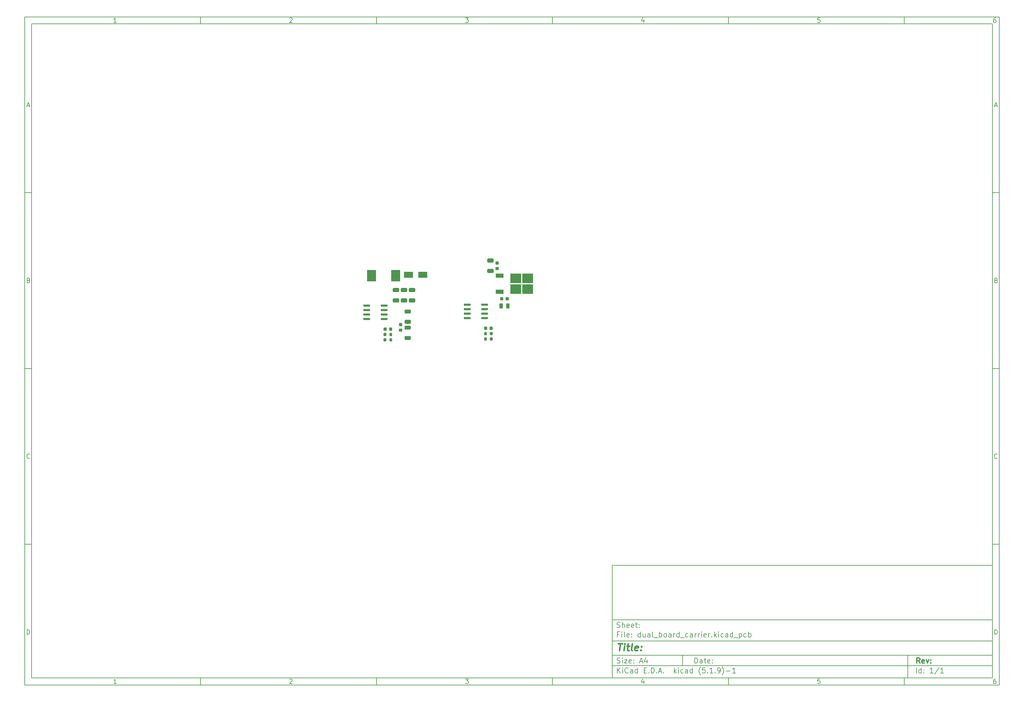
<source format=gbr>
%TF.GenerationSoftware,KiCad,Pcbnew,(5.1.9)-1*%
%TF.CreationDate,2021-02-06T18:11:32-06:00*%
%TF.ProjectId,dual_board_carrier,6475616c-5f62-46f6-9172-645f63617272,rev?*%
%TF.SameCoordinates,Original*%
%TF.FileFunction,Paste,Top*%
%TF.FilePolarity,Positive*%
%FSLAX46Y46*%
G04 Gerber Fmt 4.6, Leading zero omitted, Abs format (unit mm)*
G04 Created by KiCad (PCBNEW (5.1.9)-1) date 2021-02-06 18:11:32*
%MOMM*%
%LPD*%
G01*
G04 APERTURE LIST*
%ADD10C,0.100000*%
%ADD11C,0.150000*%
%ADD12C,0.300000*%
%ADD13C,0.400000*%
%ADD14R,3.050000X2.750000*%
%ADD15R,2.200000X1.200000*%
%ADD16R,2.500000X3.300000*%
%ADD17R,2.500000X1.800000*%
G04 APERTURE END LIST*
D10*
D11*
X177002200Y-166007200D02*
X177002200Y-198007200D01*
X285002200Y-198007200D01*
X285002200Y-166007200D01*
X177002200Y-166007200D01*
D10*
D11*
X10000000Y-10000000D02*
X10000000Y-200007200D01*
X287002200Y-200007200D01*
X287002200Y-10000000D01*
X10000000Y-10000000D01*
D10*
D11*
X12000000Y-12000000D02*
X12000000Y-198007200D01*
X285002200Y-198007200D01*
X285002200Y-12000000D01*
X12000000Y-12000000D01*
D10*
D11*
X60000000Y-12000000D02*
X60000000Y-10000000D01*
D10*
D11*
X110000000Y-12000000D02*
X110000000Y-10000000D01*
D10*
D11*
X160000000Y-12000000D02*
X160000000Y-10000000D01*
D10*
D11*
X210000000Y-12000000D02*
X210000000Y-10000000D01*
D10*
D11*
X260000000Y-12000000D02*
X260000000Y-10000000D01*
D10*
D11*
X36065476Y-11588095D02*
X35322619Y-11588095D01*
X35694047Y-11588095D02*
X35694047Y-10288095D01*
X35570238Y-10473809D01*
X35446428Y-10597619D01*
X35322619Y-10659523D01*
D10*
D11*
X85322619Y-10411904D02*
X85384523Y-10350000D01*
X85508333Y-10288095D01*
X85817857Y-10288095D01*
X85941666Y-10350000D01*
X86003571Y-10411904D01*
X86065476Y-10535714D01*
X86065476Y-10659523D01*
X86003571Y-10845238D01*
X85260714Y-11588095D01*
X86065476Y-11588095D01*
D10*
D11*
X135260714Y-10288095D02*
X136065476Y-10288095D01*
X135632142Y-10783333D01*
X135817857Y-10783333D01*
X135941666Y-10845238D01*
X136003571Y-10907142D01*
X136065476Y-11030952D01*
X136065476Y-11340476D01*
X136003571Y-11464285D01*
X135941666Y-11526190D01*
X135817857Y-11588095D01*
X135446428Y-11588095D01*
X135322619Y-11526190D01*
X135260714Y-11464285D01*
D10*
D11*
X185941666Y-10721428D02*
X185941666Y-11588095D01*
X185632142Y-10226190D02*
X185322619Y-11154761D01*
X186127380Y-11154761D01*
D10*
D11*
X236003571Y-10288095D02*
X235384523Y-10288095D01*
X235322619Y-10907142D01*
X235384523Y-10845238D01*
X235508333Y-10783333D01*
X235817857Y-10783333D01*
X235941666Y-10845238D01*
X236003571Y-10907142D01*
X236065476Y-11030952D01*
X236065476Y-11340476D01*
X236003571Y-11464285D01*
X235941666Y-11526190D01*
X235817857Y-11588095D01*
X235508333Y-11588095D01*
X235384523Y-11526190D01*
X235322619Y-11464285D01*
D10*
D11*
X285941666Y-10288095D02*
X285694047Y-10288095D01*
X285570238Y-10350000D01*
X285508333Y-10411904D01*
X285384523Y-10597619D01*
X285322619Y-10845238D01*
X285322619Y-11340476D01*
X285384523Y-11464285D01*
X285446428Y-11526190D01*
X285570238Y-11588095D01*
X285817857Y-11588095D01*
X285941666Y-11526190D01*
X286003571Y-11464285D01*
X286065476Y-11340476D01*
X286065476Y-11030952D01*
X286003571Y-10907142D01*
X285941666Y-10845238D01*
X285817857Y-10783333D01*
X285570238Y-10783333D01*
X285446428Y-10845238D01*
X285384523Y-10907142D01*
X285322619Y-11030952D01*
D10*
D11*
X60000000Y-198007200D02*
X60000000Y-200007200D01*
D10*
D11*
X110000000Y-198007200D02*
X110000000Y-200007200D01*
D10*
D11*
X160000000Y-198007200D02*
X160000000Y-200007200D01*
D10*
D11*
X210000000Y-198007200D02*
X210000000Y-200007200D01*
D10*
D11*
X260000000Y-198007200D02*
X260000000Y-200007200D01*
D10*
D11*
X36065476Y-199595295D02*
X35322619Y-199595295D01*
X35694047Y-199595295D02*
X35694047Y-198295295D01*
X35570238Y-198481009D01*
X35446428Y-198604819D01*
X35322619Y-198666723D01*
D10*
D11*
X85322619Y-198419104D02*
X85384523Y-198357200D01*
X85508333Y-198295295D01*
X85817857Y-198295295D01*
X85941666Y-198357200D01*
X86003571Y-198419104D01*
X86065476Y-198542914D01*
X86065476Y-198666723D01*
X86003571Y-198852438D01*
X85260714Y-199595295D01*
X86065476Y-199595295D01*
D10*
D11*
X135260714Y-198295295D02*
X136065476Y-198295295D01*
X135632142Y-198790533D01*
X135817857Y-198790533D01*
X135941666Y-198852438D01*
X136003571Y-198914342D01*
X136065476Y-199038152D01*
X136065476Y-199347676D01*
X136003571Y-199471485D01*
X135941666Y-199533390D01*
X135817857Y-199595295D01*
X135446428Y-199595295D01*
X135322619Y-199533390D01*
X135260714Y-199471485D01*
D10*
D11*
X185941666Y-198728628D02*
X185941666Y-199595295D01*
X185632142Y-198233390D02*
X185322619Y-199161961D01*
X186127380Y-199161961D01*
D10*
D11*
X236003571Y-198295295D02*
X235384523Y-198295295D01*
X235322619Y-198914342D01*
X235384523Y-198852438D01*
X235508333Y-198790533D01*
X235817857Y-198790533D01*
X235941666Y-198852438D01*
X236003571Y-198914342D01*
X236065476Y-199038152D01*
X236065476Y-199347676D01*
X236003571Y-199471485D01*
X235941666Y-199533390D01*
X235817857Y-199595295D01*
X235508333Y-199595295D01*
X235384523Y-199533390D01*
X235322619Y-199471485D01*
D10*
D11*
X285941666Y-198295295D02*
X285694047Y-198295295D01*
X285570238Y-198357200D01*
X285508333Y-198419104D01*
X285384523Y-198604819D01*
X285322619Y-198852438D01*
X285322619Y-199347676D01*
X285384523Y-199471485D01*
X285446428Y-199533390D01*
X285570238Y-199595295D01*
X285817857Y-199595295D01*
X285941666Y-199533390D01*
X286003571Y-199471485D01*
X286065476Y-199347676D01*
X286065476Y-199038152D01*
X286003571Y-198914342D01*
X285941666Y-198852438D01*
X285817857Y-198790533D01*
X285570238Y-198790533D01*
X285446428Y-198852438D01*
X285384523Y-198914342D01*
X285322619Y-199038152D01*
D10*
D11*
X10000000Y-60000000D02*
X12000000Y-60000000D01*
D10*
D11*
X10000000Y-110000000D02*
X12000000Y-110000000D01*
D10*
D11*
X10000000Y-160000000D02*
X12000000Y-160000000D01*
D10*
D11*
X10690476Y-35216666D02*
X11309523Y-35216666D01*
X10566666Y-35588095D02*
X11000000Y-34288095D01*
X11433333Y-35588095D01*
D10*
D11*
X11092857Y-84907142D02*
X11278571Y-84969047D01*
X11340476Y-85030952D01*
X11402380Y-85154761D01*
X11402380Y-85340476D01*
X11340476Y-85464285D01*
X11278571Y-85526190D01*
X11154761Y-85588095D01*
X10659523Y-85588095D01*
X10659523Y-84288095D01*
X11092857Y-84288095D01*
X11216666Y-84350000D01*
X11278571Y-84411904D01*
X11340476Y-84535714D01*
X11340476Y-84659523D01*
X11278571Y-84783333D01*
X11216666Y-84845238D01*
X11092857Y-84907142D01*
X10659523Y-84907142D01*
D10*
D11*
X11402380Y-135464285D02*
X11340476Y-135526190D01*
X11154761Y-135588095D01*
X11030952Y-135588095D01*
X10845238Y-135526190D01*
X10721428Y-135402380D01*
X10659523Y-135278571D01*
X10597619Y-135030952D01*
X10597619Y-134845238D01*
X10659523Y-134597619D01*
X10721428Y-134473809D01*
X10845238Y-134350000D01*
X11030952Y-134288095D01*
X11154761Y-134288095D01*
X11340476Y-134350000D01*
X11402380Y-134411904D01*
D10*
D11*
X10659523Y-185588095D02*
X10659523Y-184288095D01*
X10969047Y-184288095D01*
X11154761Y-184350000D01*
X11278571Y-184473809D01*
X11340476Y-184597619D01*
X11402380Y-184845238D01*
X11402380Y-185030952D01*
X11340476Y-185278571D01*
X11278571Y-185402380D01*
X11154761Y-185526190D01*
X10969047Y-185588095D01*
X10659523Y-185588095D01*
D10*
D11*
X287002200Y-60000000D02*
X285002200Y-60000000D01*
D10*
D11*
X287002200Y-110000000D02*
X285002200Y-110000000D01*
D10*
D11*
X287002200Y-160000000D02*
X285002200Y-160000000D01*
D10*
D11*
X285692676Y-35216666D02*
X286311723Y-35216666D01*
X285568866Y-35588095D02*
X286002200Y-34288095D01*
X286435533Y-35588095D01*
D10*
D11*
X286095057Y-84907142D02*
X286280771Y-84969047D01*
X286342676Y-85030952D01*
X286404580Y-85154761D01*
X286404580Y-85340476D01*
X286342676Y-85464285D01*
X286280771Y-85526190D01*
X286156961Y-85588095D01*
X285661723Y-85588095D01*
X285661723Y-84288095D01*
X286095057Y-84288095D01*
X286218866Y-84350000D01*
X286280771Y-84411904D01*
X286342676Y-84535714D01*
X286342676Y-84659523D01*
X286280771Y-84783333D01*
X286218866Y-84845238D01*
X286095057Y-84907142D01*
X285661723Y-84907142D01*
D10*
D11*
X286404580Y-135464285D02*
X286342676Y-135526190D01*
X286156961Y-135588095D01*
X286033152Y-135588095D01*
X285847438Y-135526190D01*
X285723628Y-135402380D01*
X285661723Y-135278571D01*
X285599819Y-135030952D01*
X285599819Y-134845238D01*
X285661723Y-134597619D01*
X285723628Y-134473809D01*
X285847438Y-134350000D01*
X286033152Y-134288095D01*
X286156961Y-134288095D01*
X286342676Y-134350000D01*
X286404580Y-134411904D01*
D10*
D11*
X285661723Y-185588095D02*
X285661723Y-184288095D01*
X285971247Y-184288095D01*
X286156961Y-184350000D01*
X286280771Y-184473809D01*
X286342676Y-184597619D01*
X286404580Y-184845238D01*
X286404580Y-185030952D01*
X286342676Y-185278571D01*
X286280771Y-185402380D01*
X286156961Y-185526190D01*
X285971247Y-185588095D01*
X285661723Y-185588095D01*
D10*
D11*
X200434342Y-193785771D02*
X200434342Y-192285771D01*
X200791485Y-192285771D01*
X201005771Y-192357200D01*
X201148628Y-192500057D01*
X201220057Y-192642914D01*
X201291485Y-192928628D01*
X201291485Y-193142914D01*
X201220057Y-193428628D01*
X201148628Y-193571485D01*
X201005771Y-193714342D01*
X200791485Y-193785771D01*
X200434342Y-193785771D01*
X202577200Y-193785771D02*
X202577200Y-193000057D01*
X202505771Y-192857200D01*
X202362914Y-192785771D01*
X202077200Y-192785771D01*
X201934342Y-192857200D01*
X202577200Y-193714342D02*
X202434342Y-193785771D01*
X202077200Y-193785771D01*
X201934342Y-193714342D01*
X201862914Y-193571485D01*
X201862914Y-193428628D01*
X201934342Y-193285771D01*
X202077200Y-193214342D01*
X202434342Y-193214342D01*
X202577200Y-193142914D01*
X203077200Y-192785771D02*
X203648628Y-192785771D01*
X203291485Y-192285771D02*
X203291485Y-193571485D01*
X203362914Y-193714342D01*
X203505771Y-193785771D01*
X203648628Y-193785771D01*
X204720057Y-193714342D02*
X204577200Y-193785771D01*
X204291485Y-193785771D01*
X204148628Y-193714342D01*
X204077200Y-193571485D01*
X204077200Y-193000057D01*
X204148628Y-192857200D01*
X204291485Y-192785771D01*
X204577200Y-192785771D01*
X204720057Y-192857200D01*
X204791485Y-193000057D01*
X204791485Y-193142914D01*
X204077200Y-193285771D01*
X205434342Y-193642914D02*
X205505771Y-193714342D01*
X205434342Y-193785771D01*
X205362914Y-193714342D01*
X205434342Y-193642914D01*
X205434342Y-193785771D01*
X205434342Y-192857200D02*
X205505771Y-192928628D01*
X205434342Y-193000057D01*
X205362914Y-192928628D01*
X205434342Y-192857200D01*
X205434342Y-193000057D01*
D10*
D11*
X177002200Y-194507200D02*
X285002200Y-194507200D01*
D10*
D11*
X178434342Y-196585771D02*
X178434342Y-195085771D01*
X179291485Y-196585771D02*
X178648628Y-195728628D01*
X179291485Y-195085771D02*
X178434342Y-195942914D01*
X179934342Y-196585771D02*
X179934342Y-195585771D01*
X179934342Y-195085771D02*
X179862914Y-195157200D01*
X179934342Y-195228628D01*
X180005771Y-195157200D01*
X179934342Y-195085771D01*
X179934342Y-195228628D01*
X181505771Y-196442914D02*
X181434342Y-196514342D01*
X181220057Y-196585771D01*
X181077200Y-196585771D01*
X180862914Y-196514342D01*
X180720057Y-196371485D01*
X180648628Y-196228628D01*
X180577200Y-195942914D01*
X180577200Y-195728628D01*
X180648628Y-195442914D01*
X180720057Y-195300057D01*
X180862914Y-195157200D01*
X181077200Y-195085771D01*
X181220057Y-195085771D01*
X181434342Y-195157200D01*
X181505771Y-195228628D01*
X182791485Y-196585771D02*
X182791485Y-195800057D01*
X182720057Y-195657200D01*
X182577200Y-195585771D01*
X182291485Y-195585771D01*
X182148628Y-195657200D01*
X182791485Y-196514342D02*
X182648628Y-196585771D01*
X182291485Y-196585771D01*
X182148628Y-196514342D01*
X182077200Y-196371485D01*
X182077200Y-196228628D01*
X182148628Y-196085771D01*
X182291485Y-196014342D01*
X182648628Y-196014342D01*
X182791485Y-195942914D01*
X184148628Y-196585771D02*
X184148628Y-195085771D01*
X184148628Y-196514342D02*
X184005771Y-196585771D01*
X183720057Y-196585771D01*
X183577200Y-196514342D01*
X183505771Y-196442914D01*
X183434342Y-196300057D01*
X183434342Y-195871485D01*
X183505771Y-195728628D01*
X183577200Y-195657200D01*
X183720057Y-195585771D01*
X184005771Y-195585771D01*
X184148628Y-195657200D01*
X186005771Y-195800057D02*
X186505771Y-195800057D01*
X186720057Y-196585771D02*
X186005771Y-196585771D01*
X186005771Y-195085771D01*
X186720057Y-195085771D01*
X187362914Y-196442914D02*
X187434342Y-196514342D01*
X187362914Y-196585771D01*
X187291485Y-196514342D01*
X187362914Y-196442914D01*
X187362914Y-196585771D01*
X188077200Y-196585771D02*
X188077200Y-195085771D01*
X188434342Y-195085771D01*
X188648628Y-195157200D01*
X188791485Y-195300057D01*
X188862914Y-195442914D01*
X188934342Y-195728628D01*
X188934342Y-195942914D01*
X188862914Y-196228628D01*
X188791485Y-196371485D01*
X188648628Y-196514342D01*
X188434342Y-196585771D01*
X188077200Y-196585771D01*
X189577200Y-196442914D02*
X189648628Y-196514342D01*
X189577200Y-196585771D01*
X189505771Y-196514342D01*
X189577200Y-196442914D01*
X189577200Y-196585771D01*
X190220057Y-196157200D02*
X190934342Y-196157200D01*
X190077200Y-196585771D02*
X190577200Y-195085771D01*
X191077200Y-196585771D01*
X191577200Y-196442914D02*
X191648628Y-196514342D01*
X191577200Y-196585771D01*
X191505771Y-196514342D01*
X191577200Y-196442914D01*
X191577200Y-196585771D01*
X194577200Y-196585771D02*
X194577200Y-195085771D01*
X194720057Y-196014342D02*
X195148628Y-196585771D01*
X195148628Y-195585771D02*
X194577200Y-196157200D01*
X195791485Y-196585771D02*
X195791485Y-195585771D01*
X195791485Y-195085771D02*
X195720057Y-195157200D01*
X195791485Y-195228628D01*
X195862914Y-195157200D01*
X195791485Y-195085771D01*
X195791485Y-195228628D01*
X197148628Y-196514342D02*
X197005771Y-196585771D01*
X196720057Y-196585771D01*
X196577200Y-196514342D01*
X196505771Y-196442914D01*
X196434342Y-196300057D01*
X196434342Y-195871485D01*
X196505771Y-195728628D01*
X196577200Y-195657200D01*
X196720057Y-195585771D01*
X197005771Y-195585771D01*
X197148628Y-195657200D01*
X198434342Y-196585771D02*
X198434342Y-195800057D01*
X198362914Y-195657200D01*
X198220057Y-195585771D01*
X197934342Y-195585771D01*
X197791485Y-195657200D01*
X198434342Y-196514342D02*
X198291485Y-196585771D01*
X197934342Y-196585771D01*
X197791485Y-196514342D01*
X197720057Y-196371485D01*
X197720057Y-196228628D01*
X197791485Y-196085771D01*
X197934342Y-196014342D01*
X198291485Y-196014342D01*
X198434342Y-195942914D01*
X199791485Y-196585771D02*
X199791485Y-195085771D01*
X199791485Y-196514342D02*
X199648628Y-196585771D01*
X199362914Y-196585771D01*
X199220057Y-196514342D01*
X199148628Y-196442914D01*
X199077200Y-196300057D01*
X199077200Y-195871485D01*
X199148628Y-195728628D01*
X199220057Y-195657200D01*
X199362914Y-195585771D01*
X199648628Y-195585771D01*
X199791485Y-195657200D01*
X202077200Y-197157200D02*
X202005771Y-197085771D01*
X201862914Y-196871485D01*
X201791485Y-196728628D01*
X201720057Y-196514342D01*
X201648628Y-196157200D01*
X201648628Y-195871485D01*
X201720057Y-195514342D01*
X201791485Y-195300057D01*
X201862914Y-195157200D01*
X202005771Y-194942914D01*
X202077200Y-194871485D01*
X203362914Y-195085771D02*
X202648628Y-195085771D01*
X202577200Y-195800057D01*
X202648628Y-195728628D01*
X202791485Y-195657200D01*
X203148628Y-195657200D01*
X203291485Y-195728628D01*
X203362914Y-195800057D01*
X203434342Y-195942914D01*
X203434342Y-196300057D01*
X203362914Y-196442914D01*
X203291485Y-196514342D01*
X203148628Y-196585771D01*
X202791485Y-196585771D01*
X202648628Y-196514342D01*
X202577200Y-196442914D01*
X204077200Y-196442914D02*
X204148628Y-196514342D01*
X204077200Y-196585771D01*
X204005771Y-196514342D01*
X204077200Y-196442914D01*
X204077200Y-196585771D01*
X205577200Y-196585771D02*
X204720057Y-196585771D01*
X205148628Y-196585771D02*
X205148628Y-195085771D01*
X205005771Y-195300057D01*
X204862914Y-195442914D01*
X204720057Y-195514342D01*
X206220057Y-196442914D02*
X206291485Y-196514342D01*
X206220057Y-196585771D01*
X206148628Y-196514342D01*
X206220057Y-196442914D01*
X206220057Y-196585771D01*
X207005771Y-196585771D02*
X207291485Y-196585771D01*
X207434342Y-196514342D01*
X207505771Y-196442914D01*
X207648628Y-196228628D01*
X207720057Y-195942914D01*
X207720057Y-195371485D01*
X207648628Y-195228628D01*
X207577200Y-195157200D01*
X207434342Y-195085771D01*
X207148628Y-195085771D01*
X207005771Y-195157200D01*
X206934342Y-195228628D01*
X206862914Y-195371485D01*
X206862914Y-195728628D01*
X206934342Y-195871485D01*
X207005771Y-195942914D01*
X207148628Y-196014342D01*
X207434342Y-196014342D01*
X207577200Y-195942914D01*
X207648628Y-195871485D01*
X207720057Y-195728628D01*
X208220057Y-197157200D02*
X208291485Y-197085771D01*
X208434342Y-196871485D01*
X208505771Y-196728628D01*
X208577200Y-196514342D01*
X208648628Y-196157200D01*
X208648628Y-195871485D01*
X208577200Y-195514342D01*
X208505771Y-195300057D01*
X208434342Y-195157200D01*
X208291485Y-194942914D01*
X208220057Y-194871485D01*
X209362914Y-196014342D02*
X210505771Y-196014342D01*
X212005771Y-196585771D02*
X211148628Y-196585771D01*
X211577200Y-196585771D02*
X211577200Y-195085771D01*
X211434342Y-195300057D01*
X211291485Y-195442914D01*
X211148628Y-195514342D01*
D10*
D11*
X177002200Y-191507200D02*
X285002200Y-191507200D01*
D10*
D12*
X264411485Y-193785771D02*
X263911485Y-193071485D01*
X263554342Y-193785771D02*
X263554342Y-192285771D01*
X264125771Y-192285771D01*
X264268628Y-192357200D01*
X264340057Y-192428628D01*
X264411485Y-192571485D01*
X264411485Y-192785771D01*
X264340057Y-192928628D01*
X264268628Y-193000057D01*
X264125771Y-193071485D01*
X263554342Y-193071485D01*
X265625771Y-193714342D02*
X265482914Y-193785771D01*
X265197200Y-193785771D01*
X265054342Y-193714342D01*
X264982914Y-193571485D01*
X264982914Y-193000057D01*
X265054342Y-192857200D01*
X265197200Y-192785771D01*
X265482914Y-192785771D01*
X265625771Y-192857200D01*
X265697200Y-193000057D01*
X265697200Y-193142914D01*
X264982914Y-193285771D01*
X266197200Y-192785771D02*
X266554342Y-193785771D01*
X266911485Y-192785771D01*
X267482914Y-193642914D02*
X267554342Y-193714342D01*
X267482914Y-193785771D01*
X267411485Y-193714342D01*
X267482914Y-193642914D01*
X267482914Y-193785771D01*
X267482914Y-192857200D02*
X267554342Y-192928628D01*
X267482914Y-193000057D01*
X267411485Y-192928628D01*
X267482914Y-192857200D01*
X267482914Y-193000057D01*
D10*
D11*
X178362914Y-193714342D02*
X178577200Y-193785771D01*
X178934342Y-193785771D01*
X179077200Y-193714342D01*
X179148628Y-193642914D01*
X179220057Y-193500057D01*
X179220057Y-193357200D01*
X179148628Y-193214342D01*
X179077200Y-193142914D01*
X178934342Y-193071485D01*
X178648628Y-193000057D01*
X178505771Y-192928628D01*
X178434342Y-192857200D01*
X178362914Y-192714342D01*
X178362914Y-192571485D01*
X178434342Y-192428628D01*
X178505771Y-192357200D01*
X178648628Y-192285771D01*
X179005771Y-192285771D01*
X179220057Y-192357200D01*
X179862914Y-193785771D02*
X179862914Y-192785771D01*
X179862914Y-192285771D02*
X179791485Y-192357200D01*
X179862914Y-192428628D01*
X179934342Y-192357200D01*
X179862914Y-192285771D01*
X179862914Y-192428628D01*
X180434342Y-192785771D02*
X181220057Y-192785771D01*
X180434342Y-193785771D01*
X181220057Y-193785771D01*
X182362914Y-193714342D02*
X182220057Y-193785771D01*
X181934342Y-193785771D01*
X181791485Y-193714342D01*
X181720057Y-193571485D01*
X181720057Y-193000057D01*
X181791485Y-192857200D01*
X181934342Y-192785771D01*
X182220057Y-192785771D01*
X182362914Y-192857200D01*
X182434342Y-193000057D01*
X182434342Y-193142914D01*
X181720057Y-193285771D01*
X183077200Y-193642914D02*
X183148628Y-193714342D01*
X183077200Y-193785771D01*
X183005771Y-193714342D01*
X183077200Y-193642914D01*
X183077200Y-193785771D01*
X183077200Y-192857200D02*
X183148628Y-192928628D01*
X183077200Y-193000057D01*
X183005771Y-192928628D01*
X183077200Y-192857200D01*
X183077200Y-193000057D01*
X184862914Y-193357200D02*
X185577200Y-193357200D01*
X184720057Y-193785771D02*
X185220057Y-192285771D01*
X185720057Y-193785771D01*
X186862914Y-192785771D02*
X186862914Y-193785771D01*
X186505771Y-192214342D02*
X186148628Y-193285771D01*
X187077200Y-193285771D01*
D10*
D11*
X263434342Y-196585771D02*
X263434342Y-195085771D01*
X264791485Y-196585771D02*
X264791485Y-195085771D01*
X264791485Y-196514342D02*
X264648628Y-196585771D01*
X264362914Y-196585771D01*
X264220057Y-196514342D01*
X264148628Y-196442914D01*
X264077200Y-196300057D01*
X264077200Y-195871485D01*
X264148628Y-195728628D01*
X264220057Y-195657200D01*
X264362914Y-195585771D01*
X264648628Y-195585771D01*
X264791485Y-195657200D01*
X265505771Y-196442914D02*
X265577200Y-196514342D01*
X265505771Y-196585771D01*
X265434342Y-196514342D01*
X265505771Y-196442914D01*
X265505771Y-196585771D01*
X265505771Y-195657200D02*
X265577200Y-195728628D01*
X265505771Y-195800057D01*
X265434342Y-195728628D01*
X265505771Y-195657200D01*
X265505771Y-195800057D01*
X268148628Y-196585771D02*
X267291485Y-196585771D01*
X267720057Y-196585771D02*
X267720057Y-195085771D01*
X267577200Y-195300057D01*
X267434342Y-195442914D01*
X267291485Y-195514342D01*
X269862914Y-195014342D02*
X268577200Y-196942914D01*
X271148628Y-196585771D02*
X270291485Y-196585771D01*
X270720057Y-196585771D02*
X270720057Y-195085771D01*
X270577200Y-195300057D01*
X270434342Y-195442914D01*
X270291485Y-195514342D01*
D10*
D11*
X177002200Y-187507200D02*
X285002200Y-187507200D01*
D10*
D13*
X178714580Y-188211961D02*
X179857438Y-188211961D01*
X179036009Y-190211961D02*
X179286009Y-188211961D01*
X180274104Y-190211961D02*
X180440771Y-188878628D01*
X180524104Y-188211961D02*
X180416961Y-188307200D01*
X180500295Y-188402438D01*
X180607438Y-188307200D01*
X180524104Y-188211961D01*
X180500295Y-188402438D01*
X181107438Y-188878628D02*
X181869342Y-188878628D01*
X181476485Y-188211961D02*
X181262200Y-189926247D01*
X181333628Y-190116723D01*
X181512200Y-190211961D01*
X181702676Y-190211961D01*
X182655057Y-190211961D02*
X182476485Y-190116723D01*
X182405057Y-189926247D01*
X182619342Y-188211961D01*
X184190771Y-190116723D02*
X183988390Y-190211961D01*
X183607438Y-190211961D01*
X183428866Y-190116723D01*
X183357438Y-189926247D01*
X183452676Y-189164342D01*
X183571723Y-188973866D01*
X183774104Y-188878628D01*
X184155057Y-188878628D01*
X184333628Y-188973866D01*
X184405057Y-189164342D01*
X184381247Y-189354819D01*
X183405057Y-189545295D01*
X185155057Y-190021485D02*
X185238390Y-190116723D01*
X185131247Y-190211961D01*
X185047914Y-190116723D01*
X185155057Y-190021485D01*
X185131247Y-190211961D01*
X185286009Y-188973866D02*
X185369342Y-189069104D01*
X185262200Y-189164342D01*
X185178866Y-189069104D01*
X185286009Y-188973866D01*
X185262200Y-189164342D01*
D10*
D11*
X178934342Y-185600057D02*
X178434342Y-185600057D01*
X178434342Y-186385771D02*
X178434342Y-184885771D01*
X179148628Y-184885771D01*
X179720057Y-186385771D02*
X179720057Y-185385771D01*
X179720057Y-184885771D02*
X179648628Y-184957200D01*
X179720057Y-185028628D01*
X179791485Y-184957200D01*
X179720057Y-184885771D01*
X179720057Y-185028628D01*
X180648628Y-186385771D02*
X180505771Y-186314342D01*
X180434342Y-186171485D01*
X180434342Y-184885771D01*
X181791485Y-186314342D02*
X181648628Y-186385771D01*
X181362914Y-186385771D01*
X181220057Y-186314342D01*
X181148628Y-186171485D01*
X181148628Y-185600057D01*
X181220057Y-185457200D01*
X181362914Y-185385771D01*
X181648628Y-185385771D01*
X181791485Y-185457200D01*
X181862914Y-185600057D01*
X181862914Y-185742914D01*
X181148628Y-185885771D01*
X182505771Y-186242914D02*
X182577200Y-186314342D01*
X182505771Y-186385771D01*
X182434342Y-186314342D01*
X182505771Y-186242914D01*
X182505771Y-186385771D01*
X182505771Y-185457200D02*
X182577200Y-185528628D01*
X182505771Y-185600057D01*
X182434342Y-185528628D01*
X182505771Y-185457200D01*
X182505771Y-185600057D01*
X185005771Y-186385771D02*
X185005771Y-184885771D01*
X185005771Y-186314342D02*
X184862914Y-186385771D01*
X184577200Y-186385771D01*
X184434342Y-186314342D01*
X184362914Y-186242914D01*
X184291485Y-186100057D01*
X184291485Y-185671485D01*
X184362914Y-185528628D01*
X184434342Y-185457200D01*
X184577200Y-185385771D01*
X184862914Y-185385771D01*
X185005771Y-185457200D01*
X186362914Y-185385771D02*
X186362914Y-186385771D01*
X185720057Y-185385771D02*
X185720057Y-186171485D01*
X185791485Y-186314342D01*
X185934342Y-186385771D01*
X186148628Y-186385771D01*
X186291485Y-186314342D01*
X186362914Y-186242914D01*
X187720057Y-186385771D02*
X187720057Y-185600057D01*
X187648628Y-185457200D01*
X187505771Y-185385771D01*
X187220057Y-185385771D01*
X187077200Y-185457200D01*
X187720057Y-186314342D02*
X187577200Y-186385771D01*
X187220057Y-186385771D01*
X187077200Y-186314342D01*
X187005771Y-186171485D01*
X187005771Y-186028628D01*
X187077200Y-185885771D01*
X187220057Y-185814342D01*
X187577200Y-185814342D01*
X187720057Y-185742914D01*
X188648628Y-186385771D02*
X188505771Y-186314342D01*
X188434342Y-186171485D01*
X188434342Y-184885771D01*
X188862914Y-186528628D02*
X190005771Y-186528628D01*
X190362914Y-186385771D02*
X190362914Y-184885771D01*
X190362914Y-185457200D02*
X190505771Y-185385771D01*
X190791485Y-185385771D01*
X190934342Y-185457200D01*
X191005771Y-185528628D01*
X191077200Y-185671485D01*
X191077200Y-186100057D01*
X191005771Y-186242914D01*
X190934342Y-186314342D01*
X190791485Y-186385771D01*
X190505771Y-186385771D01*
X190362914Y-186314342D01*
X191934342Y-186385771D02*
X191791485Y-186314342D01*
X191720057Y-186242914D01*
X191648628Y-186100057D01*
X191648628Y-185671485D01*
X191720057Y-185528628D01*
X191791485Y-185457200D01*
X191934342Y-185385771D01*
X192148628Y-185385771D01*
X192291485Y-185457200D01*
X192362914Y-185528628D01*
X192434342Y-185671485D01*
X192434342Y-186100057D01*
X192362914Y-186242914D01*
X192291485Y-186314342D01*
X192148628Y-186385771D01*
X191934342Y-186385771D01*
X193720057Y-186385771D02*
X193720057Y-185600057D01*
X193648628Y-185457200D01*
X193505771Y-185385771D01*
X193220057Y-185385771D01*
X193077200Y-185457200D01*
X193720057Y-186314342D02*
X193577200Y-186385771D01*
X193220057Y-186385771D01*
X193077200Y-186314342D01*
X193005771Y-186171485D01*
X193005771Y-186028628D01*
X193077200Y-185885771D01*
X193220057Y-185814342D01*
X193577200Y-185814342D01*
X193720057Y-185742914D01*
X194434342Y-186385771D02*
X194434342Y-185385771D01*
X194434342Y-185671485D02*
X194505771Y-185528628D01*
X194577200Y-185457200D01*
X194720057Y-185385771D01*
X194862914Y-185385771D01*
X196005771Y-186385771D02*
X196005771Y-184885771D01*
X196005771Y-186314342D02*
X195862914Y-186385771D01*
X195577200Y-186385771D01*
X195434342Y-186314342D01*
X195362914Y-186242914D01*
X195291485Y-186100057D01*
X195291485Y-185671485D01*
X195362914Y-185528628D01*
X195434342Y-185457200D01*
X195577200Y-185385771D01*
X195862914Y-185385771D01*
X196005771Y-185457200D01*
X196362914Y-186528628D02*
X197505771Y-186528628D01*
X198505771Y-186314342D02*
X198362914Y-186385771D01*
X198077200Y-186385771D01*
X197934342Y-186314342D01*
X197862914Y-186242914D01*
X197791485Y-186100057D01*
X197791485Y-185671485D01*
X197862914Y-185528628D01*
X197934342Y-185457200D01*
X198077200Y-185385771D01*
X198362914Y-185385771D01*
X198505771Y-185457200D01*
X199791485Y-186385771D02*
X199791485Y-185600057D01*
X199720057Y-185457200D01*
X199577200Y-185385771D01*
X199291485Y-185385771D01*
X199148628Y-185457200D01*
X199791485Y-186314342D02*
X199648628Y-186385771D01*
X199291485Y-186385771D01*
X199148628Y-186314342D01*
X199077200Y-186171485D01*
X199077200Y-186028628D01*
X199148628Y-185885771D01*
X199291485Y-185814342D01*
X199648628Y-185814342D01*
X199791485Y-185742914D01*
X200505771Y-186385771D02*
X200505771Y-185385771D01*
X200505771Y-185671485D02*
X200577200Y-185528628D01*
X200648628Y-185457200D01*
X200791485Y-185385771D01*
X200934342Y-185385771D01*
X201434342Y-186385771D02*
X201434342Y-185385771D01*
X201434342Y-185671485D02*
X201505771Y-185528628D01*
X201577200Y-185457200D01*
X201720057Y-185385771D01*
X201862914Y-185385771D01*
X202362914Y-186385771D02*
X202362914Y-185385771D01*
X202362914Y-184885771D02*
X202291485Y-184957200D01*
X202362914Y-185028628D01*
X202434342Y-184957200D01*
X202362914Y-184885771D01*
X202362914Y-185028628D01*
X203648628Y-186314342D02*
X203505771Y-186385771D01*
X203220057Y-186385771D01*
X203077200Y-186314342D01*
X203005771Y-186171485D01*
X203005771Y-185600057D01*
X203077200Y-185457200D01*
X203220057Y-185385771D01*
X203505771Y-185385771D01*
X203648628Y-185457200D01*
X203720057Y-185600057D01*
X203720057Y-185742914D01*
X203005771Y-185885771D01*
X204362914Y-186385771D02*
X204362914Y-185385771D01*
X204362914Y-185671485D02*
X204434342Y-185528628D01*
X204505771Y-185457200D01*
X204648628Y-185385771D01*
X204791485Y-185385771D01*
X205291485Y-186242914D02*
X205362914Y-186314342D01*
X205291485Y-186385771D01*
X205220057Y-186314342D01*
X205291485Y-186242914D01*
X205291485Y-186385771D01*
X206005771Y-186385771D02*
X206005771Y-184885771D01*
X206148628Y-185814342D02*
X206577200Y-186385771D01*
X206577200Y-185385771D02*
X206005771Y-185957200D01*
X207220057Y-186385771D02*
X207220057Y-185385771D01*
X207220057Y-184885771D02*
X207148628Y-184957200D01*
X207220057Y-185028628D01*
X207291485Y-184957200D01*
X207220057Y-184885771D01*
X207220057Y-185028628D01*
X208577200Y-186314342D02*
X208434342Y-186385771D01*
X208148628Y-186385771D01*
X208005771Y-186314342D01*
X207934342Y-186242914D01*
X207862914Y-186100057D01*
X207862914Y-185671485D01*
X207934342Y-185528628D01*
X208005771Y-185457200D01*
X208148628Y-185385771D01*
X208434342Y-185385771D01*
X208577200Y-185457200D01*
X209862914Y-186385771D02*
X209862914Y-185600057D01*
X209791485Y-185457200D01*
X209648628Y-185385771D01*
X209362914Y-185385771D01*
X209220057Y-185457200D01*
X209862914Y-186314342D02*
X209720057Y-186385771D01*
X209362914Y-186385771D01*
X209220057Y-186314342D01*
X209148628Y-186171485D01*
X209148628Y-186028628D01*
X209220057Y-185885771D01*
X209362914Y-185814342D01*
X209720057Y-185814342D01*
X209862914Y-185742914D01*
X211220057Y-186385771D02*
X211220057Y-184885771D01*
X211220057Y-186314342D02*
X211077200Y-186385771D01*
X210791485Y-186385771D01*
X210648628Y-186314342D01*
X210577200Y-186242914D01*
X210505771Y-186100057D01*
X210505771Y-185671485D01*
X210577200Y-185528628D01*
X210648628Y-185457200D01*
X210791485Y-185385771D01*
X211077200Y-185385771D01*
X211220057Y-185457200D01*
X211577200Y-186528628D02*
X212720057Y-186528628D01*
X213077200Y-185385771D02*
X213077200Y-186885771D01*
X213077200Y-185457200D02*
X213220057Y-185385771D01*
X213505771Y-185385771D01*
X213648628Y-185457200D01*
X213720057Y-185528628D01*
X213791485Y-185671485D01*
X213791485Y-186100057D01*
X213720057Y-186242914D01*
X213648628Y-186314342D01*
X213505771Y-186385771D01*
X213220057Y-186385771D01*
X213077200Y-186314342D01*
X215077200Y-186314342D02*
X214934342Y-186385771D01*
X214648628Y-186385771D01*
X214505771Y-186314342D01*
X214434342Y-186242914D01*
X214362914Y-186100057D01*
X214362914Y-185671485D01*
X214434342Y-185528628D01*
X214505771Y-185457200D01*
X214648628Y-185385771D01*
X214934342Y-185385771D01*
X215077200Y-185457200D01*
X215720057Y-186385771D02*
X215720057Y-184885771D01*
X215720057Y-185457200D02*
X215862914Y-185385771D01*
X216148628Y-185385771D01*
X216291485Y-185457200D01*
X216362914Y-185528628D01*
X216434342Y-185671485D01*
X216434342Y-186100057D01*
X216362914Y-186242914D01*
X216291485Y-186314342D01*
X216148628Y-186385771D01*
X215862914Y-186385771D01*
X215720057Y-186314342D01*
D10*
D11*
X177002200Y-181507200D02*
X285002200Y-181507200D01*
D10*
D11*
X178362914Y-183614342D02*
X178577200Y-183685771D01*
X178934342Y-183685771D01*
X179077200Y-183614342D01*
X179148628Y-183542914D01*
X179220057Y-183400057D01*
X179220057Y-183257200D01*
X179148628Y-183114342D01*
X179077200Y-183042914D01*
X178934342Y-182971485D01*
X178648628Y-182900057D01*
X178505771Y-182828628D01*
X178434342Y-182757200D01*
X178362914Y-182614342D01*
X178362914Y-182471485D01*
X178434342Y-182328628D01*
X178505771Y-182257200D01*
X178648628Y-182185771D01*
X179005771Y-182185771D01*
X179220057Y-182257200D01*
X179862914Y-183685771D02*
X179862914Y-182185771D01*
X180505771Y-183685771D02*
X180505771Y-182900057D01*
X180434342Y-182757200D01*
X180291485Y-182685771D01*
X180077200Y-182685771D01*
X179934342Y-182757200D01*
X179862914Y-182828628D01*
X181791485Y-183614342D02*
X181648628Y-183685771D01*
X181362914Y-183685771D01*
X181220057Y-183614342D01*
X181148628Y-183471485D01*
X181148628Y-182900057D01*
X181220057Y-182757200D01*
X181362914Y-182685771D01*
X181648628Y-182685771D01*
X181791485Y-182757200D01*
X181862914Y-182900057D01*
X181862914Y-183042914D01*
X181148628Y-183185771D01*
X183077200Y-183614342D02*
X182934342Y-183685771D01*
X182648628Y-183685771D01*
X182505771Y-183614342D01*
X182434342Y-183471485D01*
X182434342Y-182900057D01*
X182505771Y-182757200D01*
X182648628Y-182685771D01*
X182934342Y-182685771D01*
X183077200Y-182757200D01*
X183148628Y-182900057D01*
X183148628Y-183042914D01*
X182434342Y-183185771D01*
X183577200Y-182685771D02*
X184148628Y-182685771D01*
X183791485Y-182185771D02*
X183791485Y-183471485D01*
X183862914Y-183614342D01*
X184005771Y-183685771D01*
X184148628Y-183685771D01*
X184648628Y-183542914D02*
X184720057Y-183614342D01*
X184648628Y-183685771D01*
X184577200Y-183614342D01*
X184648628Y-183542914D01*
X184648628Y-183685771D01*
X184648628Y-182757200D02*
X184720057Y-182828628D01*
X184648628Y-182900057D01*
X184577200Y-182828628D01*
X184648628Y-182757200D01*
X184648628Y-182900057D01*
D10*
D11*
X197002200Y-191507200D02*
X197002200Y-194507200D01*
D10*
D11*
X261002200Y-191507200D02*
X261002200Y-198007200D01*
%TO.C,C10*%
G36*
G01*
X143017001Y-79872000D02*
X141716999Y-79872000D01*
G75*
G02*
X141467000Y-79622001I0J249999D01*
G01*
X141467000Y-78971999D01*
G75*
G02*
X141716999Y-78722000I249999J0D01*
G01*
X143017001Y-78722000D01*
G75*
G02*
X143267000Y-78971999I0J-249999D01*
G01*
X143267000Y-79622001D01*
G75*
G02*
X143017001Y-79872000I-249999J0D01*
G01*
G37*
G36*
G01*
X143017001Y-82822000D02*
X141716999Y-82822000D01*
G75*
G02*
X141467000Y-82572001I0J249999D01*
G01*
X141467000Y-81921999D01*
G75*
G02*
X141716999Y-81672000I249999J0D01*
G01*
X143017001Y-81672000D01*
G75*
G02*
X143267000Y-81921999I0J-249999D01*
G01*
X143267000Y-82572001D01*
G75*
G02*
X143017001Y-82822000I-249999J0D01*
G01*
G37*
%TD*%
D14*
%TO.C,U2*%
X149579000Y-87377000D03*
X152929000Y-84327000D03*
X149579000Y-84327000D03*
X152929000Y-87377000D03*
D15*
X144954000Y-88132000D03*
X144954000Y-83572000D03*
%TD*%
%TO.C,R6*%
G36*
G01*
X118246997Y-96150000D02*
X119497003Y-96150000D01*
G75*
G02*
X119747000Y-96399997I0J-249997D01*
G01*
X119747000Y-97025003D01*
G75*
G02*
X119497003Y-97275000I-249997J0D01*
G01*
X118246997Y-97275000D01*
G75*
G02*
X117997000Y-97025003I0J249997D01*
G01*
X117997000Y-96399997D01*
G75*
G02*
X118246997Y-96150000I249997J0D01*
G01*
G37*
G36*
G01*
X118246997Y-93225000D02*
X119497003Y-93225000D01*
G75*
G02*
X119747000Y-93474997I0J-249997D01*
G01*
X119747000Y-94100003D01*
G75*
G02*
X119497003Y-94350000I-249997J0D01*
G01*
X118246997Y-94350000D01*
G75*
G02*
X117997000Y-94100003I0J249997D01*
G01*
X117997000Y-93474997D01*
G75*
G02*
X118246997Y-93225000I249997J0D01*
G01*
G37*
%TD*%
%TO.C,R5*%
G36*
G01*
X118209998Y-100740999D02*
X119460004Y-100740999D01*
G75*
G02*
X119710001Y-100990996I0J-249997D01*
G01*
X119710001Y-101616002D01*
G75*
G02*
X119460004Y-101865999I-249997J0D01*
G01*
X118209998Y-101865999D01*
G75*
G02*
X117960001Y-101616002I0J249997D01*
G01*
X117960001Y-100990996D01*
G75*
G02*
X118209998Y-100740999I249997J0D01*
G01*
G37*
G36*
G01*
X118209998Y-97815999D02*
X119460004Y-97815999D01*
G75*
G02*
X119710001Y-98065996I0J-249997D01*
G01*
X119710001Y-98691002D01*
G75*
G02*
X119460004Y-98940999I-249997J0D01*
G01*
X118209998Y-98940999D01*
G75*
G02*
X117960001Y-98691002I0J249997D01*
G01*
X117960001Y-98065996D01*
G75*
G02*
X118209998Y-97815999I249997J0D01*
G01*
G37*
%TD*%
%TO.C,R1*%
G36*
G01*
X112803000Y-101579000D02*
X112803000Y-102129000D01*
G75*
G02*
X112603000Y-102329000I-200000J0D01*
G01*
X112203000Y-102329000D01*
G75*
G02*
X112003000Y-102129000I0J200000D01*
G01*
X112003000Y-101579000D01*
G75*
G02*
X112203000Y-101379000I200000J0D01*
G01*
X112603000Y-101379000D01*
G75*
G02*
X112803000Y-101579000I0J-200000D01*
G01*
G37*
G36*
G01*
X114453000Y-101579000D02*
X114453000Y-102129000D01*
G75*
G02*
X114253000Y-102329000I-200000J0D01*
G01*
X113853000Y-102329000D01*
G75*
G02*
X113653000Y-102129000I0J200000D01*
G01*
X113653000Y-101579000D01*
G75*
G02*
X113853000Y-101379000I200000J0D01*
G01*
X114253000Y-101379000D01*
G75*
G02*
X114453000Y-101579000I0J-200000D01*
G01*
G37*
%TD*%
D16*
%TO.C,D1*%
X108614000Y-83566000D03*
X115414000Y-83566000D03*
%TD*%
%TO.C,U3*%
G36*
G01*
X139732000Y-91971000D02*
X139732000Y-91671000D01*
G75*
G02*
X139882000Y-91521000I150000J0D01*
G01*
X141532000Y-91521000D01*
G75*
G02*
X141682000Y-91671000I0J-150000D01*
G01*
X141682000Y-91971000D01*
G75*
G02*
X141532000Y-92121000I-150000J0D01*
G01*
X139882000Y-92121000D01*
G75*
G02*
X139732000Y-91971000I0J150000D01*
G01*
G37*
G36*
G01*
X139732000Y-93241000D02*
X139732000Y-92941000D01*
G75*
G02*
X139882000Y-92791000I150000J0D01*
G01*
X141532000Y-92791000D01*
G75*
G02*
X141682000Y-92941000I0J-150000D01*
G01*
X141682000Y-93241000D01*
G75*
G02*
X141532000Y-93391000I-150000J0D01*
G01*
X139882000Y-93391000D01*
G75*
G02*
X139732000Y-93241000I0J150000D01*
G01*
G37*
G36*
G01*
X139732000Y-94511000D02*
X139732000Y-94211000D01*
G75*
G02*
X139882000Y-94061000I150000J0D01*
G01*
X141532000Y-94061000D01*
G75*
G02*
X141682000Y-94211000I0J-150000D01*
G01*
X141682000Y-94511000D01*
G75*
G02*
X141532000Y-94661000I-150000J0D01*
G01*
X139882000Y-94661000D01*
G75*
G02*
X139732000Y-94511000I0J150000D01*
G01*
G37*
G36*
G01*
X139732000Y-95781000D02*
X139732000Y-95481000D01*
G75*
G02*
X139882000Y-95331000I150000J0D01*
G01*
X141532000Y-95331000D01*
G75*
G02*
X141682000Y-95481000I0J-150000D01*
G01*
X141682000Y-95781000D01*
G75*
G02*
X141532000Y-95931000I-150000J0D01*
G01*
X139882000Y-95931000D01*
G75*
G02*
X139732000Y-95781000I0J150000D01*
G01*
G37*
G36*
G01*
X134782000Y-95781000D02*
X134782000Y-95481000D01*
G75*
G02*
X134932000Y-95331000I150000J0D01*
G01*
X136582000Y-95331000D01*
G75*
G02*
X136732000Y-95481000I0J-150000D01*
G01*
X136732000Y-95781000D01*
G75*
G02*
X136582000Y-95931000I-150000J0D01*
G01*
X134932000Y-95931000D01*
G75*
G02*
X134782000Y-95781000I0J150000D01*
G01*
G37*
G36*
G01*
X134782000Y-94511000D02*
X134782000Y-94211000D01*
G75*
G02*
X134932000Y-94061000I150000J0D01*
G01*
X136582000Y-94061000D01*
G75*
G02*
X136732000Y-94211000I0J-150000D01*
G01*
X136732000Y-94511000D01*
G75*
G02*
X136582000Y-94661000I-150000J0D01*
G01*
X134932000Y-94661000D01*
G75*
G02*
X134782000Y-94511000I0J150000D01*
G01*
G37*
G36*
G01*
X134782000Y-93241000D02*
X134782000Y-92941000D01*
G75*
G02*
X134932000Y-92791000I150000J0D01*
G01*
X136582000Y-92791000D01*
G75*
G02*
X136732000Y-92941000I0J-150000D01*
G01*
X136732000Y-93241000D01*
G75*
G02*
X136582000Y-93391000I-150000J0D01*
G01*
X134932000Y-93391000D01*
G75*
G02*
X134782000Y-93241000I0J150000D01*
G01*
G37*
G36*
G01*
X134782000Y-91971000D02*
X134782000Y-91671000D01*
G75*
G02*
X134932000Y-91521000I150000J0D01*
G01*
X136582000Y-91521000D01*
G75*
G02*
X136732000Y-91671000I0J-150000D01*
G01*
X136732000Y-91971000D01*
G75*
G02*
X136582000Y-92121000I-150000J0D01*
G01*
X134932000Y-92121000D01*
G75*
G02*
X134782000Y-91971000I0J150000D01*
G01*
G37*
%TD*%
%TO.C,U1*%
G36*
G01*
X111172000Y-92225000D02*
X111172000Y-91925000D01*
G75*
G02*
X111322000Y-91775000I150000J0D01*
G01*
X112972000Y-91775000D01*
G75*
G02*
X113122000Y-91925000I0J-150000D01*
G01*
X113122000Y-92225000D01*
G75*
G02*
X112972000Y-92375000I-150000J0D01*
G01*
X111322000Y-92375000D01*
G75*
G02*
X111172000Y-92225000I0J150000D01*
G01*
G37*
G36*
G01*
X111172000Y-93495000D02*
X111172000Y-93195000D01*
G75*
G02*
X111322000Y-93045000I150000J0D01*
G01*
X112972000Y-93045000D01*
G75*
G02*
X113122000Y-93195000I0J-150000D01*
G01*
X113122000Y-93495000D01*
G75*
G02*
X112972000Y-93645000I-150000J0D01*
G01*
X111322000Y-93645000D01*
G75*
G02*
X111172000Y-93495000I0J150000D01*
G01*
G37*
G36*
G01*
X111172000Y-94765000D02*
X111172000Y-94465000D01*
G75*
G02*
X111322000Y-94315000I150000J0D01*
G01*
X112972000Y-94315000D01*
G75*
G02*
X113122000Y-94465000I0J-150000D01*
G01*
X113122000Y-94765000D01*
G75*
G02*
X112972000Y-94915000I-150000J0D01*
G01*
X111322000Y-94915000D01*
G75*
G02*
X111172000Y-94765000I0J150000D01*
G01*
G37*
G36*
G01*
X111172000Y-96035000D02*
X111172000Y-95735000D01*
G75*
G02*
X111322000Y-95585000I150000J0D01*
G01*
X112972000Y-95585000D01*
G75*
G02*
X113122000Y-95735000I0J-150000D01*
G01*
X113122000Y-96035000D01*
G75*
G02*
X112972000Y-96185000I-150000J0D01*
G01*
X111322000Y-96185000D01*
G75*
G02*
X111172000Y-96035000I0J150000D01*
G01*
G37*
G36*
G01*
X106222000Y-96035000D02*
X106222000Y-95735000D01*
G75*
G02*
X106372000Y-95585000I150000J0D01*
G01*
X108022000Y-95585000D01*
G75*
G02*
X108172000Y-95735000I0J-150000D01*
G01*
X108172000Y-96035000D01*
G75*
G02*
X108022000Y-96185000I-150000J0D01*
G01*
X106372000Y-96185000D01*
G75*
G02*
X106222000Y-96035000I0J150000D01*
G01*
G37*
G36*
G01*
X106222000Y-94765000D02*
X106222000Y-94465000D01*
G75*
G02*
X106372000Y-94315000I150000J0D01*
G01*
X108022000Y-94315000D01*
G75*
G02*
X108172000Y-94465000I0J-150000D01*
G01*
X108172000Y-94765000D01*
G75*
G02*
X108022000Y-94915000I-150000J0D01*
G01*
X106372000Y-94915000D01*
G75*
G02*
X106222000Y-94765000I0J150000D01*
G01*
G37*
G36*
G01*
X106222000Y-93495000D02*
X106222000Y-93195000D01*
G75*
G02*
X106372000Y-93045000I150000J0D01*
G01*
X108022000Y-93045000D01*
G75*
G02*
X108172000Y-93195000I0J-150000D01*
G01*
X108172000Y-93495000D01*
G75*
G02*
X108022000Y-93645000I-150000J0D01*
G01*
X106372000Y-93645000D01*
G75*
G02*
X106222000Y-93495000I0J150000D01*
G01*
G37*
G36*
G01*
X106222000Y-92225000D02*
X106222000Y-91925000D01*
G75*
G02*
X106372000Y-91775000I150000J0D01*
G01*
X108022000Y-91775000D01*
G75*
G02*
X108172000Y-91925000I0J-150000D01*
G01*
X108172000Y-92225000D01*
G75*
G02*
X108022000Y-92375000I-150000J0D01*
G01*
X106372000Y-92375000D01*
G75*
G02*
X106222000Y-92225000I0J150000D01*
G01*
G37*
%TD*%
%TO.C,R4*%
G36*
G01*
X142213000Y-100351000D02*
X142213000Y-99801000D01*
G75*
G02*
X142413000Y-99601000I200000J0D01*
G01*
X142813000Y-99601000D01*
G75*
G02*
X143013000Y-99801000I0J-200000D01*
G01*
X143013000Y-100351000D01*
G75*
G02*
X142813000Y-100551000I-200000J0D01*
G01*
X142413000Y-100551000D01*
G75*
G02*
X142213000Y-100351000I0J200000D01*
G01*
G37*
G36*
G01*
X140563000Y-100351000D02*
X140563000Y-99801000D01*
G75*
G02*
X140763000Y-99601000I200000J0D01*
G01*
X141163000Y-99601000D01*
G75*
G02*
X141363000Y-99801000I0J-200000D01*
G01*
X141363000Y-100351000D01*
G75*
G02*
X141163000Y-100551000I-200000J0D01*
G01*
X140763000Y-100551000D01*
G75*
G02*
X140563000Y-100351000I0J200000D01*
G01*
G37*
%TD*%
%TO.C,R3*%
G36*
G01*
X141363000Y-101325000D02*
X141363000Y-101875000D01*
G75*
G02*
X141163000Y-102075000I-200000J0D01*
G01*
X140763000Y-102075000D01*
G75*
G02*
X140563000Y-101875000I0J200000D01*
G01*
X140563000Y-101325000D01*
G75*
G02*
X140763000Y-101125000I200000J0D01*
G01*
X141163000Y-101125000D01*
G75*
G02*
X141363000Y-101325000I0J-200000D01*
G01*
G37*
G36*
G01*
X143013000Y-101325000D02*
X143013000Y-101875000D01*
G75*
G02*
X142813000Y-102075000I-200000J0D01*
G01*
X142413000Y-102075000D01*
G75*
G02*
X142213000Y-101875000I0J200000D01*
G01*
X142213000Y-101325000D01*
G75*
G02*
X142413000Y-101125000I200000J0D01*
G01*
X142813000Y-101125000D01*
G75*
G02*
X143013000Y-101325000I0J-200000D01*
G01*
G37*
%TD*%
%TO.C,R2*%
G36*
G01*
X113653000Y-100605000D02*
X113653000Y-100055000D01*
G75*
G02*
X113853000Y-99855000I200000J0D01*
G01*
X114253000Y-99855000D01*
G75*
G02*
X114453000Y-100055000I0J-200000D01*
G01*
X114453000Y-100605000D01*
G75*
G02*
X114253000Y-100805000I-200000J0D01*
G01*
X113853000Y-100805000D01*
G75*
G02*
X113653000Y-100605000I0J200000D01*
G01*
G37*
G36*
G01*
X112003000Y-100605000D02*
X112003000Y-100055000D01*
G75*
G02*
X112203000Y-99855000I200000J0D01*
G01*
X112603000Y-99855000D01*
G75*
G02*
X112803000Y-100055000I0J-200000D01*
G01*
X112803000Y-100605000D01*
G75*
G02*
X112603000Y-100805000I-200000J0D01*
G01*
X112203000Y-100805000D01*
G75*
G02*
X112003000Y-100605000I0J200000D01*
G01*
G37*
%TD*%
D17*
%TO.C,D2*%
X119102000Y-83312000D03*
X123102000Y-83312000D03*
%TD*%
%TO.C,C11*%
G36*
G01*
X142113000Y-98802000D02*
X142113000Y-98302000D01*
G75*
G02*
X142338000Y-98077000I225000J0D01*
G01*
X142788000Y-98077000D01*
G75*
G02*
X143013000Y-98302000I0J-225000D01*
G01*
X143013000Y-98802000D01*
G75*
G02*
X142788000Y-99027000I-225000J0D01*
G01*
X142338000Y-99027000D01*
G75*
G02*
X142113000Y-98802000I0J225000D01*
G01*
G37*
G36*
G01*
X140563000Y-98802000D02*
X140563000Y-98302000D01*
G75*
G02*
X140788000Y-98077000I225000J0D01*
G01*
X141238000Y-98077000D01*
G75*
G02*
X141463000Y-98302000I0J-225000D01*
G01*
X141463000Y-98802000D01*
G75*
G02*
X141238000Y-99027000I-225000J0D01*
G01*
X140788000Y-99027000D01*
G75*
G02*
X140563000Y-98802000I0J225000D01*
G01*
G37*
%TD*%
%TO.C,C9*%
G36*
G01*
X119435999Y-90054000D02*
X120736001Y-90054000D01*
G75*
G02*
X120986000Y-90303999I0J-249999D01*
G01*
X120986000Y-90954001D01*
G75*
G02*
X120736001Y-91204000I-249999J0D01*
G01*
X119435999Y-91204000D01*
G75*
G02*
X119186000Y-90954001I0J249999D01*
G01*
X119186000Y-90303999D01*
G75*
G02*
X119435999Y-90054000I249999J0D01*
G01*
G37*
G36*
G01*
X119435999Y-87104000D02*
X120736001Y-87104000D01*
G75*
G02*
X120986000Y-87353999I0J-249999D01*
G01*
X120986000Y-88004001D01*
G75*
G02*
X120736001Y-88254000I-249999J0D01*
G01*
X119435999Y-88254000D01*
G75*
G02*
X119186000Y-88004001I0J249999D01*
G01*
X119186000Y-87353999D01*
G75*
G02*
X119435999Y-87104000I249999J0D01*
G01*
G37*
%TD*%
%TO.C,C8*%
G36*
G01*
X118450001Y-88254000D02*
X117149999Y-88254000D01*
G75*
G02*
X116900000Y-88004001I0J249999D01*
G01*
X116900000Y-87353999D01*
G75*
G02*
X117149999Y-87104000I249999J0D01*
G01*
X118450001Y-87104000D01*
G75*
G02*
X118700000Y-87353999I0J-249999D01*
G01*
X118700000Y-88004001D01*
G75*
G02*
X118450001Y-88254000I-249999J0D01*
G01*
G37*
G36*
G01*
X118450001Y-91204000D02*
X117149999Y-91204000D01*
G75*
G02*
X116900000Y-90954001I0J249999D01*
G01*
X116900000Y-90303999D01*
G75*
G02*
X117149999Y-90054000I249999J0D01*
G01*
X118450001Y-90054000D01*
G75*
G02*
X118700000Y-90303999I0J-249999D01*
G01*
X118700000Y-90954001D01*
G75*
G02*
X118450001Y-91204000I-249999J0D01*
G01*
G37*
%TD*%
%TO.C,C7*%
G36*
G01*
X114863999Y-90054000D02*
X116164001Y-90054000D01*
G75*
G02*
X116414000Y-90303999I0J-249999D01*
G01*
X116414000Y-90954001D01*
G75*
G02*
X116164001Y-91204000I-249999J0D01*
G01*
X114863999Y-91204000D01*
G75*
G02*
X114614000Y-90954001I0J249999D01*
G01*
X114614000Y-90303999D01*
G75*
G02*
X114863999Y-90054000I249999J0D01*
G01*
G37*
G36*
G01*
X114863999Y-87104000D02*
X116164001Y-87104000D01*
G75*
G02*
X116414000Y-87353999I0J-249999D01*
G01*
X116414000Y-88004001D01*
G75*
G02*
X116164001Y-88254000I-249999J0D01*
G01*
X114863999Y-88254000D01*
G75*
G02*
X114614000Y-88004001I0J249999D01*
G01*
X114614000Y-87353999D01*
G75*
G02*
X114863999Y-87104000I249999J0D01*
G01*
G37*
%TD*%
%TO.C,C6*%
G36*
G01*
X146810000Y-92677000D02*
X146810000Y-91727000D01*
G75*
G02*
X147060000Y-91477000I250000J0D01*
G01*
X147560000Y-91477000D01*
G75*
G02*
X147810000Y-91727000I0J-250000D01*
G01*
X147810000Y-92677000D01*
G75*
G02*
X147560000Y-92927000I-250000J0D01*
G01*
X147060000Y-92927000D01*
G75*
G02*
X146810000Y-92677000I0J250000D01*
G01*
G37*
G36*
G01*
X144910000Y-92677000D02*
X144910000Y-91727000D01*
G75*
G02*
X145160000Y-91477000I250000J0D01*
G01*
X145660000Y-91477000D01*
G75*
G02*
X145910000Y-91727000I0J-250000D01*
G01*
X145910000Y-92677000D01*
G75*
G02*
X145660000Y-92927000I-250000J0D01*
G01*
X145160000Y-92927000D01*
G75*
G02*
X144910000Y-92677000I0J250000D01*
G01*
G37*
%TD*%
%TO.C,C3*%
G36*
G01*
X113553000Y-99056000D02*
X113553000Y-98556000D01*
G75*
G02*
X113778000Y-98331000I225000J0D01*
G01*
X114228000Y-98331000D01*
G75*
G02*
X114453000Y-98556000I0J-225000D01*
G01*
X114453000Y-99056000D01*
G75*
G02*
X114228000Y-99281000I-225000J0D01*
G01*
X113778000Y-99281000D01*
G75*
G02*
X113553000Y-99056000I0J225000D01*
G01*
G37*
G36*
G01*
X112003000Y-99056000D02*
X112003000Y-98556000D01*
G75*
G02*
X112228000Y-98331000I225000J0D01*
G01*
X112678000Y-98331000D01*
G75*
G02*
X112903000Y-98556000I0J-225000D01*
G01*
X112903000Y-99056000D01*
G75*
G02*
X112678000Y-99281000I-225000J0D01*
G01*
X112228000Y-99281000D01*
G75*
G02*
X112003000Y-99056000I0J225000D01*
G01*
G37*
%TD*%
%TO.C,C2*%
G36*
G01*
X146685000Y-90420000D02*
X146685000Y-89920000D01*
G75*
G02*
X146910000Y-89695000I225000J0D01*
G01*
X147360000Y-89695000D01*
G75*
G02*
X147585000Y-89920000I0J-225000D01*
G01*
X147585000Y-90420000D01*
G75*
G02*
X147360000Y-90645000I-225000J0D01*
G01*
X146910000Y-90645000D01*
G75*
G02*
X146685000Y-90420000I0J225000D01*
G01*
G37*
G36*
G01*
X145135000Y-90420000D02*
X145135000Y-89920000D01*
G75*
G02*
X145360000Y-89695000I225000J0D01*
G01*
X145810000Y-89695000D01*
G75*
G02*
X146035000Y-89920000I0J-225000D01*
G01*
X146035000Y-90420000D01*
G75*
G02*
X145810000Y-90645000I-225000J0D01*
G01*
X145360000Y-90645000D01*
G75*
G02*
X145135000Y-90420000I0J225000D01*
G01*
G37*
%TD*%
%TO.C,C1*%
G36*
G01*
X144522000Y-80447000D02*
X144022000Y-80447000D01*
G75*
G02*
X143797000Y-80222000I0J225000D01*
G01*
X143797000Y-79772000D01*
G75*
G02*
X144022000Y-79547000I225000J0D01*
G01*
X144522000Y-79547000D01*
G75*
G02*
X144747000Y-79772000I0J-225000D01*
G01*
X144747000Y-80222000D01*
G75*
G02*
X144522000Y-80447000I-225000J0D01*
G01*
G37*
G36*
G01*
X144522000Y-81997000D02*
X144022000Y-81997000D01*
G75*
G02*
X143797000Y-81772000I0J225000D01*
G01*
X143797000Y-81322000D01*
G75*
G02*
X144022000Y-81097000I225000J0D01*
G01*
X144522000Y-81097000D01*
G75*
G02*
X144747000Y-81322000I0J-225000D01*
G01*
X144747000Y-81772000D01*
G75*
G02*
X144522000Y-81997000I-225000J0D01*
G01*
G37*
%TD*%
%TO.C,C14*%
G36*
G01*
X117090000Y-99523000D02*
X116590000Y-99523000D01*
G75*
G02*
X116365000Y-99298000I0J225000D01*
G01*
X116365000Y-98848000D01*
G75*
G02*
X116590000Y-98623000I225000J0D01*
G01*
X117090000Y-98623000D01*
G75*
G02*
X117315000Y-98848000I0J-225000D01*
G01*
X117315000Y-99298000D01*
G75*
G02*
X117090000Y-99523000I-225000J0D01*
G01*
G37*
G36*
G01*
X117090000Y-97973000D02*
X116590000Y-97973000D01*
G75*
G02*
X116365000Y-97748000I0J225000D01*
G01*
X116365000Y-97298000D01*
G75*
G02*
X116590000Y-97073000I225000J0D01*
G01*
X117090000Y-97073000D01*
G75*
G02*
X117315000Y-97298000I0J-225000D01*
G01*
X117315000Y-97748000D01*
G75*
G02*
X117090000Y-97973000I-225000J0D01*
G01*
G37*
%TD*%
M02*

</source>
